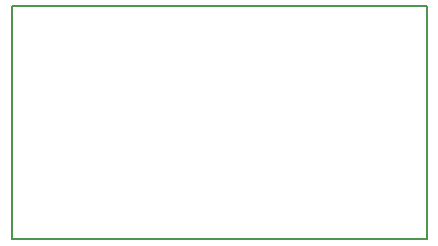
<source format=gm1>
G04 MADE WITH FRITZING*
G04 WWW.FRITZING.ORG*
G04 DOUBLE SIDED*
G04 HOLES PLATED*
G04 CONTOUR ON CENTER OF CONTOUR VECTOR*
%ASAXBY*%
%FSLAX23Y23*%
%MOIN*%
%OFA0B0*%
%SFA1.0B1.0*%
%ADD10R,1.390820X0.782713*%
%ADD11C,0.008000*%
%ADD10C,0.008*%
%LNCONTOUR*%
G90*
G70*
G54D10*
G54D11*
X4Y779D02*
X1387Y779D01*
X1387Y4D01*
X4Y4D01*
X4Y779D01*
D02*
G04 End of contour*
M02*
</source>
